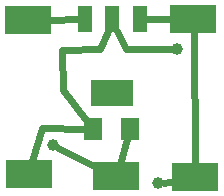
<source format=gtl>
G04 MADE WITH FRITZING*
G04 WWW.FRITZING.ORG*
G04 DOUBLE SIDED*
G04 HOLES PLATED*
G04 CONTOUR ON CENTER OF CONTOUR VECTOR*
%ASAXBY*%
%FSLAX23Y23*%
%MOIN*%
%OFA0B0*%
%SFA1.0B1.0*%
%ADD10C,0.039370*%
%ADD11R,0.048000X0.088000*%
%ADD12R,0.141732X0.086614*%
%ADD13R,0.153543X0.094488*%
%ADD14R,0.062992X0.074803*%
%ADD15C,0.024000*%
%LNCOPPER1*%
G90*
G70*
G54D10*
X184Y170D03*
X600Y490D03*
X536Y42D03*
G54D11*
X474Y589D03*
X383Y589D03*
X292Y589D03*
G54D12*
X383Y345D03*
G54D13*
X395Y66D03*
X660Y63D03*
X105Y74D03*
X653Y591D03*
X103Y587D03*
G54D14*
X319Y223D03*
X441Y223D03*
G54D15*
X273Y589D02*
X174Y588D01*
D02*
X407Y108D02*
X432Y191D01*
D02*
X201Y161D02*
X323Y101D01*
D02*
X116Y116D02*
X147Y226D01*
D02*
X147Y226D02*
X293Y223D01*
D02*
X368Y551D02*
X343Y489D01*
D02*
X343Y489D02*
X216Y488D01*
D02*
X216Y488D02*
X217Y354D01*
D02*
X217Y354D02*
X295Y255D01*
D02*
X581Y490D02*
X427Y489D01*
D02*
X427Y489D02*
X400Y551D01*
D02*
X589Y51D02*
X555Y45D01*
D02*
X654Y550D02*
X659Y105D01*
D02*
X492Y590D02*
X582Y590D01*
G04 End of Copper1*
M02*
</source>
